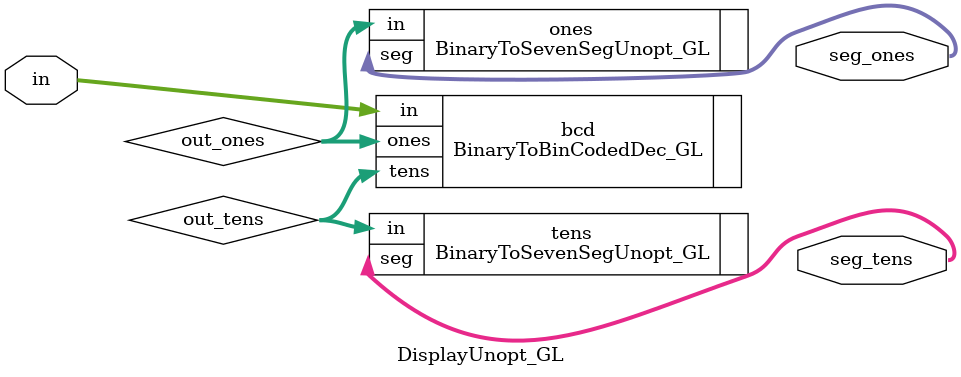
<source format=v>

`ifndef DISPLAY_UNOPT_GL_V
`define DISPLAY_UNOPT_GL_V

`include "BinaryToBinCodedDec_GL.v"
`include "BinaryToSevenSegUnopt_GL.v"

module DisplayUnopt_GL
(
  input  wire [4:0] in,
  output wire [6:0] seg_tens,
  output wire [6:0] seg_ones
);

wire [3:0] out_tens;
wire [3:0] out_ones;

BinaryToBinCodedDec_GL bcd
(
  .in (in),
  .tens (out_tens),
  .ones (out_ones)
);

BinaryToSevenSegUnopt_GL tens
(
  .in (out_tens),
  .seg (seg_tens)
);

BinaryToSevenSegUnopt_GL ones
(
  .in (out_ones),
  .seg (seg_ones)
);

endmodule

`endif /* DISPLAY_UNOPT_GL_V */


</source>
